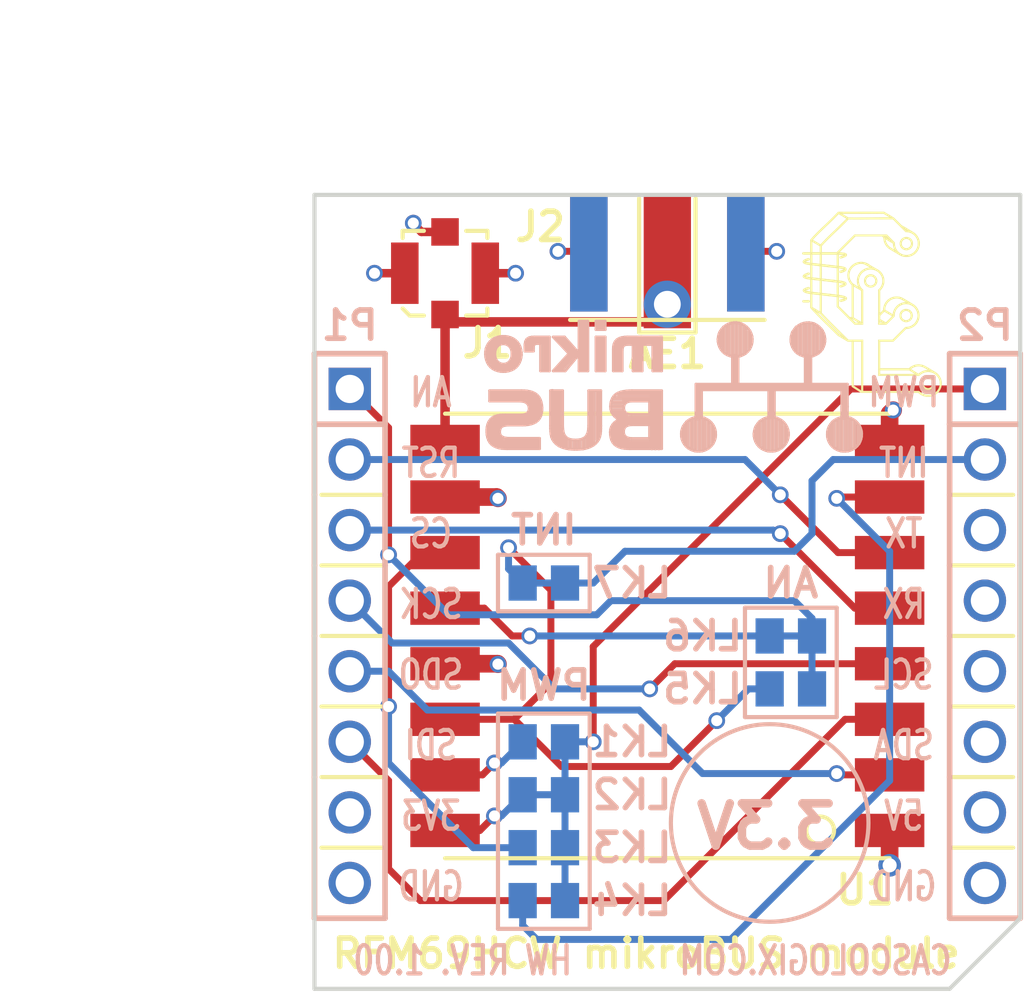
<source format=kicad_pcb>
(kicad_pcb (version 4) (host pcbnew 4.0.4-stable)
  (title_block (title "RFM95 mikroBUS Module") (date 2018-04-07) (rev 1.00))
  (layers (0 F.Cu signal) (1 Gnd.Cu power) (2 Pwr.Cu power) (31 B.Cu signal) (34 B.Paste user) (35 F.Paste user) (36 B.SilkS user) (37 F.SilkS user) (38 B.Mask user) (39 F.Mask user) (44 Edge.Cuts user))
  (net 0 "")
  (net 1 MOSI)
  (net 2 SCK)
  (net 3 CS)
  (net 4 RST)
  (net 5 AN)
  (net 6 +3.3V)
  (net 7 GND)
  (net 8 MISO)
  (net 9 INT)
  (net 10 PWM)
  (net 11 "Net-(AE1-Pad1)")
  (net 12 DIO1)
  (net 13 DIO2)
  (net 14 DIO3)
  (net 15 DIO5)
  (net 16 DIO4)
  (net 17 DIO0)
  (module Header:HEADER_M_2.54MM_1R8P_ST_AU_PTH (layer B.Cu) (at 135.128 113.665 270)
    (fp_text reference P2 (at -11.176 0 360) (layer B.SilkS) (effects (font (size 1.016 1.016) (thickness 0.2032)) (justify mirror)))
    (fp_text value HEADER_M_2.54MM_1R8P_ST_AU_PTH hide)
    (pad 6 thru_hole circle (at 3.81 0 270) (size 1.524 1.524) (drill 1.016) (layers *.Cu *.Mask))
    (pad 4 thru_hole circle (at -1.27 0 270) (size 1.524 1.524) (drill 1.016) (layers *.Cu *.Mask))
    (pad 3 thru_hole circle (at -3.81 0 270) (size 1.524 1.524) (drill 1.016) (layers *.Cu *.Mask))
    (pad 2 thru_hole circle (at -6.35 0 270) (size 1.524 1.524) (drill 1.016) (layers *.Cu *.Mask) (net 9 INT))
    (pad 1 thru_hole rect (at -8.89 0 270) (size 1.524 1.524) (drill 1.016) (layers *.Cu *.Mask) (net 10 PWM))
    (pad 7 thru_hole circle (at 6.35 0 270) (size 1.524 1.524) (drill 1.016) (layers *.Cu *.Mask))
    (pad 8 thru_hole circle (at 8.89 0 270) (size 1.524 1.524) (drill 1.016) (layers *.Cu *.Mask) (net 7 GND))
    (pad 5 thru_hole circle (at 1.27 0 270) (size 1.524 1.524) (drill 1.016) (layers *.Cu *.Mask))
  )
  (module Header:HEADER_M_2.54MM_1R8P_ST_AU_PTH (layer B.Cu) (at 112.268 113.665 270)
    (fp_text reference P1 (at -11.176 0 360) (layer B.SilkS) (effects (font (size 1.016 1.016) (thickness 0.2032)) (justify mirror)))
    (fp_text value HEADER_M_2.54MM_1R8P_ST_AU_PTH hide)
    (pad 6 thru_hole circle (at 3.81 0 270) (size 1.524 1.524) (drill 1.016) (layers *.Cu *.Mask) (net 1 MOSI))
    (pad 4 thru_hole circle (at -1.27 0 270) (size 1.524 1.524) (drill 1.016) (layers *.Cu *.Mask) (net 2 SCK))
    (pad 3 thru_hole circle (at -3.81 0 270) (size 1.524 1.524) (drill 1.016) (layers *.Cu *.Mask) (net 3 CS))
    (pad 2 thru_hole circle (at -6.35 0 270) (size 1.524 1.524) (drill 1.016) (layers *.Cu *.Mask) (net 4 RST))
    (pad 1 thru_hole rect (at -8.89 0 270) (size 1.524 1.524) (drill 1.016) (layers *.Cu *.Mask) (net 5 AN))
    (pad 7 thru_hole circle (at 6.35 0 270) (size 1.524 1.524) (drill 1.016) (layers *.Cu *.Mask) (net 6 +3.3V))
    (pad 8 thru_hole circle (at 8.89 0 270) (size 1.524 1.524) (drill 1.016) (layers *.Cu *.Mask) (net 7 GND))
    (pad 5 thru_hole circle (at 1.27 0 270) (size 1.524 1.524) (drill 1.016) (layers *.Cu *.Mask) (net 8 MISO))
  )
  (module Connector:U.FL-R-SMT (layer F.Cu) (at 115.697 100.6094)
    (fp_text reference J1 (at 1.524 2.5146) (layer F.SilkS) (effects (font (size 1.016 1.016) (thickness 0.2032))))
    (fp_text value u.FL hide)
    (pad 1 smd rect (at 0 1.4859) (size 0.9906 0.9906) (layers F.Cu F.Paste F.Mask) (net 11 "Net-(AE1-Pad1)"))
    (pad 4 smd rect (at 1.4478 0) (size 0.9906 2.2098) (layers F.Cu F.Paste F.Mask) (net 7 GND))
    (pad 2 smd rect (at -1.4478 0) (size 0.9906 2.2098) (layers F.Cu F.Paste F.Mask) (net 7 GND))
    (pad 3 smd rect (at 0 -1.4859) (size 0.9906 0.9906) (layers F.Cu F.Paste F.Mask) (net 7 GND))
  )
  (module Passive:ANTENNA_HELICAL_RA (layer F.Cu) (at 123.698 101.727)
    (fp_text reference AE1 (at 0 1.778) (layer F.SilkS) (effects (font (size 1.016 1.016) (thickness 0.2032))))
    (fp_text value Antenna_Helical_RA hide)
    (pad 1 thru_hole circle (at 0 0) (size 1.7018 1.7018) (drill 0.9652) (layers *.Cu *.Mask) (net 11 "Net-(AE1-Pad1)"))
    (pad 1 smd rect (at 0 -1.524) (size 1.7018 4.7752) (layers F.Cu F.Mask) (net 11 "Net-(AE1-Pad1)"))
  )
  (module Passive:SOLDER_LINK_NC (layer B.Cu) (at 119.253 111.76 90)
    (fp_text reference LK7 (at 0 3.175 360) (layer B.SilkS) (effects (font (size 1.016 1.016) (thickness 0.2032)) (justify mirror)))
    (fp_text value NC hide)
    (fp_line (start 0 -0.508) (end 0 0.508) (layer B.Cu) (width 0.254))
    (pad 1 smd rect (at 0 0.762 90) (size 1.27 1.016) (layers B.Cu B.Mask) (net 9 INT))
    (pad 2 smd rect (at 0 -0.762 90) (size 1.27 1.016) (layers B.Cu B.Mask) (net 17 DIO0))
  )
  (module Passive:SOLDER_LINK_NC (layer B.Cu) (at 119.253 119.38 90)
    (fp_text reference LK2 (at 0 3.175 360) (layer B.SilkS) (effects (font (size 1.016 1.016) (thickness 0.2032)) (justify mirror)))
    (fp_text value NC hide)
    (fp_line (start 0 -0.508) (end 0 0.508) (layer B.Cu) (width 0.254))
    (pad 1 smd rect (at 0 0.762 90) (size 1.27 1.016) (layers B.Cu B.Mask) (net 10 PWM))
    (pad 2 smd rect (at 0 -0.762 90) (size 1.27 1.016) (layers B.Cu B.Mask) (net 13 DIO2))
  )
  (module Passive:SOLDER_LINK_NC (layer B.Cu) (at 128.143 113.665 90)
    (fp_text reference LK6 (at 0 -3.175 360) (layer B.SilkS) (effects (font (size 1.016 1.016) (thickness 0.2032)) (justify mirror)))
    (fp_text value NC hide)
    (fp_line (start 0 -0.508) (end 0 0.508) (layer B.Cu) (width 0.254))
    (pad 1 smd rect (at 0 0.762 90) (size 1.27 1.016) (layers B.Cu B.Mask) (net 5 AN))
    (pad 2 smd rect (at 0 -0.762 90) (size 1.27 1.016) (layers B.Cu B.Mask) (net 16 DIO4))
  )
  (module Passive:SOLDER_LINK_NO (layer B.Cu) (at 119.253 117.475 90)
    (fp_text reference LK1 (at 0 3.175 360) (layer B.SilkS) (effects (font (size 1.016 1.016) (thickness 0.2032)) (justify mirror)))
    (fp_text value NO hide)
    (pad 1 smd rect (at 0 0.762 90) (size 1.27 1.016) (layers B.Cu B.Mask) (net 10 PWM))
    (pad 2 smd rect (at 0 -0.762 90) (size 1.27 1.016) (layers B.Cu B.Mask) (net 12 DIO1))
  )
  (module Passive:SOLDER_LINK_NO (layer B.Cu) (at 119.253 121.285 90)
    (fp_text reference LK3 (at 0 3.175 360) (layer B.SilkS) (effects (font (size 1.016 1.016) (thickness 0.2032)) (justify mirror)))
    (fp_text value NO hide)
    (pad 1 smd rect (at 0 0.762 90) (size 1.27 1.016) (layers B.Cu B.Mask) (net 10 PWM))
    (pad 2 smd rect (at 0 -0.762 90) (size 1.27 1.016) (layers B.Cu B.Mask) (net 14 DIO3))
  )
  (module Passive:SOLDER_LINK_NO (layer B.Cu) (at 119.253 123.19 90)
    (fp_text reference LK4 (at 0 3.175 360) (layer B.SilkS) (effects (font (size 1.016 1.016) (thickness 0.2032)) (justify mirror)))
    (fp_text value NO hide)
    (pad 1 smd rect (at 0 0.762 90) (size 1.27 1.016) (layers B.Cu B.Mask) (net 10 PWM))
    (pad 2 smd rect (at 0 -0.762 90) (size 1.27 1.016) (layers B.Cu B.Mask) (net 15 DIO5))
  )
  (module Passive:SOLDER_LINK_NO (layer B.Cu) (at 128.143 115.57 90)
    (fp_text reference LK5 (at 0 -3.175 360) (layer B.SilkS) (effects (font (size 1.016 1.016) (thickness 0.2032)) (justify mirror)))
    (fp_text value NO hide)
    (pad 1 smd rect (at 0 0.762 90) (size 1.27 1.016) (layers B.Cu B.Mask) (net 5 AN))
    (pad 2 smd rect (at 0 -0.762 90) (size 1.27 1.016) (layers B.Cu B.Mask) (net 17 DIO0))
  )
  (module Logo:mikroBUS_Small (layer B.Cu) (at 123.698 104.775 180)
    (fp_text reference "" hide)
    (fp_text value mikroBUS_Small hide)
  )
  (module Connector:SMA_EDGE (layer F.Cu) (at 123.698 97.79 270)
    (fp_text reference J2 (at 1.143 4.572 360) (layer F.SilkS) (effects (font (size 1.016 1.016) (thickness 0.2032))))
    (fp_text value SMA)
    (pad "" connect rect (at 2.1 2.825 270) (size 4.2 1.35) (layers B.Cu B.Mask))
    (pad "" connect rect (at 2.1 -2.825 270) (size 4.2 1.35) (layers B.Cu B.Mask))
    (pad 2 connect rect (at 2.1 -2.825 270) (size 4.2 1.35) (layers F.Cu F.Mask) (net 7 GND))
    (pad 3 connect rect (at 2.1 2.825 270) (size 4.2 1.35) (layers F.Cu F.Mask) (net 7 GND))
    (pad 1 connect rect (at 1.9 0 270) (size 3.6 1.27) (layers F.Cu F.Mask) (net 11 "Net-(AE1-Pad1)"))
  )
  (module RF_Modules:RFM69HCW (layer F.Cu) (at 123.698 113.665 180)
    (fp_text reference U1 (at -7.112 -9.144 180) (layer F.SilkS) (effects (font (size 1.016 1.016) (thickness 0.2032))))
    (fp_text value RFM69HCW)
    (pad 1 smd rect (at -8 -7 180) (size 2.5 1.2) (layers F.Cu F.Paste F.Mask) (net 7 GND))
    (pad 2 smd rect (at -8 -5 180) (size 2.5 1.2) (layers F.Cu F.Paste F.Mask) (net 8 MISO))
    (pad 3 smd rect (at -8 -3 180) (size 2.5 1.2) (layers F.Cu F.Paste F.Mask) (net 1 MOSI))
    (pad 4 smd rect (at -8 -1 180) (size 2.5 1.2) (layers F.Cu F.Paste F.Mask) (net 2 SCK))
    (pad 5 smd rect (at -8 1 180) (size 2.5 1.2) (layers F.Cu F.Paste F.Mask) (net 3 CS))
    (pad 6 smd rect (at -8 3 180) (size 2.5 1.2) (layers F.Cu F.Paste F.Mask) (net 4 RST))
    (pad 7 smd rect (at -8 5 180) (size 2.5 1.2) (layers F.Cu F.Paste F.Mask) (net 15 DIO5))
    (pad 8 smd rect (at -8 7 180) (size 2.5 1.2) (layers F.Cu F.Paste F.Mask) (net 7 GND))
    (pad 9 smd rect (at 8 7 180) (size 2.5 1.2) (layers F.Cu F.Paste F.Mask) (net 11 "Net-(AE1-Pad1)"))
    (pad 10 smd rect (at 8 5 180) (size 2.5 1.2) (layers F.Cu F.Paste F.Mask) (net 7 GND))
    (pad 11 smd rect (at 8 3 180) (size 2.5 1.2) (layers F.Cu F.Paste F.Mask) (net 14 DIO3))
    (pad 12 smd rect (at 8 1 180) (size 2.5 1.2) (layers F.Cu F.Paste F.Mask) (net 16 DIO4))
    (pad 13 smd rect (at 8 -1 180) (size 2.5 1.2) (layers F.Cu F.Paste F.Mask) (net 6 +3.3V))
    (pad 14 smd rect (at 8 -3 180) (size 2.5 1.2) (layers F.Cu F.Paste F.Mask) (net 17 DIO0))
    (pad 15 smd rect (at 8 -5 180) (size 2.5 1.2) (layers F.Cu F.Paste F.Mask) (net 12 DIO1))
    (pad 16 smd rect (at 8 -7 180) (size 2.5 1.2) (layers F.Cu F.Paste F.Mask) (net 13 DIO2))
  )
  (module Logo:Casco_Logix_Logo_6x6MM (layer F.Cu) (at 131.064 101.727)
    (fp_text reference G1 hide)
    (fp_text value Casco_Logix_Logo hide)
  )
  (gr_text AN (at 128.143 111.76) (layer B.SilkS) (effects (font (size 1.016 1.016) (thickness 0.2032)) (justify mirror)))
  (gr_text INT (at 119.253 109.855) (layer B.SilkS) (effects (font (size 1.016 1.016) (thickness 0.2032)) (justify mirror)))
  (gr_line (start 120.904 110.744) (end 117.602 110.744) (angle 90) (layer B.SilkS) (width 0.15))
  (gr_line (start 120.904 112.776) (end 120.904 110.744) (angle 90) (layer B.SilkS) (width 0.15))
  (gr_line (start 117.602 112.776) (end 120.904 112.776) (angle 90) (layer B.SilkS) (width 0.15))
  (gr_line (start 117.602 110.744) (end 117.602 112.776) (angle 90) (layer B.SilkS) (width 0.15))
  (gr_line (start 126.492 112.649) (end 126.492 116.586) (angle 90) (layer B.SilkS) (width 0.15))
  (gr_line (start 129.794 112.649) (end 126.492 112.649) (angle 90) (layer B.SilkS) (width 0.15))
  (gr_line (start 129.794 116.586) (end 129.794 112.649) (angle 90) (layer B.SilkS) (width 0.15))
  (gr_line (start 126.492 116.586) (end 129.794 116.586) (angle 90) (layer B.SilkS) (width 0.15))
  (gr_line (start 120.904 124.206) (end 120.904 116.459) (angle 90) (layer B.SilkS) (width 0.15))
  (gr_line (start 117.602 124.206) (end 120.904 124.206) (angle 90) (layer B.SilkS) (width 0.15))
  (gr_line (start 117.602 116.459) (end 117.602 124.206) (angle 90) (layer B.SilkS) (width 0.15))
  (gr_line (start 120.904 116.459) (end 117.602 116.459) (angle 90) (layer B.SilkS) (width 0.15))
  (gr_text PWM (at 119.253 115.443) (layer B.SilkS) (effects (font (size 1.016 1.016) (thickness 0.2032)) (justify mirror)))
  (gr_line (start 133.858 126.365) (end 136.398 123.825) (angle 90) (layer Edge.Cuts) (width 0.15))
  (gr_text CS (at 115.189 109.982) (layer B.SilkS) (effects (font (size 1.016 0.762) (thickness 0.1524)) (justify mirror)))
  (gr_text "RFM69HCW mikroBUS module" (at 122.936 125.095) (layer F.SilkS) (effects (font (size 1.016 1.016) (thickness 0.2032))))
  (gr_line (start 136.398 123.825) (end 136.398 97.79) (angle 90) (layer Edge.Cuts) (width 0.15))
  (gr_line (start 110.998 97.79) (end 110.998 126.365) (angle 90) (layer Edge.Cuts) (width 0.15))
  (gr_line (start 136.398 97.79) (end 110.998 97.79) (angle 90) (layer Edge.Cuts) (width 0.15))
  (gr_line (start 110.998 126.365) (end 133.858 126.365) (angle 90) (layer Edge.Cuts) (width 0.15))
  (gr_circle (center 127.381 120.396) (end 130.937 120.396) (layer B.SilkS) (width 0.15))
  (gr_text 3.3V (at 127.254 120.523) (layer B.SilkS) (effects (font (thickness 0.3048)) (justify mirror)))
  (gr_text GND (at 132.207 122.682) (layer B.SilkS) (effects (font (size 1.016 0.762) (thickness 0.1524)) (justify mirror)))
  (gr_text 5V (at 132.207 120.142) (layer B.SilkS) (effects (font (size 1.016 0.762) (thickness 0.1524)) (justify mirror)))
  (gr_text SDA (at 132.207 117.602) (layer B.SilkS) (effects (font (size 1.016 0.762) (thickness 0.1524)) (justify mirror)))
  (gr_text SCL (at 132.207 115.062) (layer B.SilkS) (effects (font (size 1.016 0.762) (thickness 0.1524)) (justify mirror)))
  (gr_text RX (at 132.207 112.522) (layer B.SilkS) (effects (font (size 1.016 0.762) (thickness 0.1524)) (justify mirror)))
  (gr_text TX (at 132.207 109.982) (layer B.SilkS) (effects (font (size 1.016 0.762) (thickness 0.1524)) (justify mirror)))
  (gr_text INT (at 132.207 107.442) (layer B.SilkS) (effects (font (size 1.016 0.762) (thickness 0.1524)) (justify mirror)))
  (gr_text PWM (at 132.207 104.902) (layer B.SilkS) (effects (font (size 1.016 0.762) (thickness 0.1524)) (justify mirror)))
  (gr_text AN (at 115.189 104.902) (layer B.SilkS) (effects (font (size 1.016 0.762) (thickness 0.1524)) (justify mirror)))
  (gr_text RST (at 115.189 107.442) (layer B.SilkS) (effects (font (size 1.016 0.762) (thickness 0.1524)) (justify mirror)))
  (gr_text SCK (at 115.189 112.522) (layer B.SilkS) (effects (font (size 1.016 0.762) (thickness 0.1524)) (justify mirror)))
  (gr_text SDO (at 115.189 115.062) (layer B.SilkS) (effects (font (size 1.016 0.762) (thickness 0.1524)) (justify mirror)))
  (gr_text SDI (at 115.189 117.602) (layer B.SilkS) (effects (font (size 1.016 0.762) (thickness 0.1524)) (justify mirror)))
  (gr_text 3V3 (at 115.189 120.142) (layer B.SilkS) (effects (font (size 1.016 0.762) (thickness 0.1524)) (justify mirror)))
  (gr_text GND (at 115.189 122.682) (layer B.SilkS) (effects (font (size 1.016 0.762) (thickness 0.1524)) (justify mirror)))
  (gr_text CASCOLOGIX.COM (at 129.032 125.349) (layer B.SilkS) (effects (font (size 1.016 0.762) (thickness 0.1524)) (justify mirror)))
  (gr_text "HW REV. 1.00" (at 116.332 125.349) (layer B.SilkS) (effects (font (size 1.016 0.762) (thickness 0.1524)) (justify mirror)))
  (gr_line (start 133.858 106.045) (end 136.144 106.045) (angle 90) (layer F.SilkS) (width 0.15))
  (gr_line (start 133.858 108.585) (end 136.144 108.585) (angle 90) (layer F.SilkS) (width 0.15))
  (gr_line (start 133.858 111.125) (end 136.144 111.125) (angle 90) (layer F.SilkS) (width 0.15))
  (gr_line (start 133.858 113.665) (end 136.144 113.665) (angle 90) (layer F.SilkS) (width 0.15))
  (gr_line (start 133.858 116.205) (end 136.144 116.205) (angle 90) (layer F.SilkS) (width 0.15))
  (gr_line (start 133.858 118.745) (end 136.144 118.745) (angle 90) (layer F.SilkS) (width 0.15))
  (gr_line (start 136.144 121.285) (end 133.858 121.285) (angle 90) (layer F.SilkS) (width 0.15))
  (gr_line (start 111.252 121.285) (end 113.538 121.285) (angle 90) (layer F.SilkS) (width 0.15))
  (gr_line (start 111.252 118.745) (end 113.538 118.745) (angle 90) (layer F.SilkS) (width 0.15))
  (gr_line (start 111.252 113.665) (end 113.538 113.665) (angle 90) (layer F.SilkS) (width 0.15))
  (gr_line (start 111.252 111.125) (end 113.538 111.125) (angle 90) (layer F.SilkS) (width 0.15))
  (gr_line (start 111.252 108.585) (end 113.538 108.585) (angle 90) (layer F.SilkS) (width 0.15))
  (gr_line (start 111.252 106.045) (end 113.538 106.045) (angle 90) (layer F.SilkS) (width 0.15))
  (gr_line (start 111.252 116.205) (end 113.538 116.205) (angle 90) (layer F.SilkS) (width 0.15))
  (segment (start 112.268 117.475) (end 113.665 118.872) (width 0.25) (layer F.Cu) (net 1))
  (segment (start 130.096 116.665) (end 131.698 116.665) (width 0.25) (layer F.Cu) (net 1))
  (segment (start 123.571 123.19) (end 130.096 116.665) (width 0.25) (layer F.Cu) (net 1))
  (segment (start 114.808 123.19) (end 123.571 123.19) (width 0.25) (layer F.Cu) (net 1))
  (segment (start 113.665 122.047) (end 114.808 123.19) (width 0.25) (layer F.Cu) (net 1))
  (segment (start 113.665 118.872) (end 113.665 122.047) (width 0.25) (layer F.Cu) (net 1))
  (segment (start 112.268 112.395) (end 113.792 113.919) (width 0.25) (layer B.Cu) (net 2))
  (segment (start 123.968 114.665) (end 131.698 114.665) (width 0.25) (layer F.Cu) (net 2))
  (segment (start 123.063 115.57) (end 123.968 114.665) (width 0.25) (layer F.Cu) (net 2))
  (via (at 123.063 115.57) (size 0.6) (drill 0.4) (layers F.Cu B.Cu) (net 2))
  (segment (start 119.634 115.57) (end 123.063 115.57) (width 0.25) (layer B.Cu) (net 2))
  (segment (start 117.983 113.919) (end 119.634 115.57) (width 0.25) (layer B.Cu) (net 2))
  (segment (start 113.792 113.919) (end 117.983 113.919) (width 0.25) (layer B.Cu) (net 2))
  (segment (start 127.762 109.982) (end 130.445 112.665) (width 0.25) (layer F.Cu) (net 3))
  (segment (start 127.508 109.855) (end 127.762 109.982) (width 0.25) (layer B.Cu) (net 3))
  (via (at 127.762 109.982) (size 0.6) (drill 0.4) (layers F.Cu B.Cu) (net 3))
  (segment (start 112.268 109.855) (end 127.508 109.855) (width 0.25) (layer B.Cu) (net 3))
  (segment (start 130.445 112.665) (end 131.698 112.665) (width 0.25) (layer F.Cu) (net 3))
  (segment (start 127.762 108.585) (end 129.842 110.665) (width 0.25) (layer F.Cu) (net 4))
  (segment (start 129.842 110.665) (end 131.698 110.665) (width 0.25) (layer F.Cu) (net 4))
  (segment (start 126.492 107.315) (end 112.268 107.315) (width 0.25) (layer B.Cu) (net 4))
  (via (at 127.762 108.585) (size 0.6) (drill 0.4) (layers F.Cu B.Cu) (net 4))
  (segment (start 127.762 108.585) (end 126.492 107.315) (width 0.25) (layer B.Cu) (net 4))
  (segment (start 127.81 108.633) (end 127.762 108.585) (width 0.3048) (layer F.Cu) (net 4))
  (segment (start 128.905 113.665) (end 128.905 113.03) (width 0.25) (layer B.Cu) (net 5))
  (segment (start 128.905 113.03) (end 128.27 112.395) (width 0.25) (layer B.Cu) (net 5))
  (segment (start 113.665 106.172) (end 112.268 104.775) (width 0.25) (layer F.Cu) (net 5))
  (segment (start 113.665 110.744) (end 113.665 106.172) (width 0.25) (layer F.Cu) (net 5))
  (via (at 113.665 110.744) (size 0.6) (drill 0.4) (layers F.Cu B.Cu) (net 5))
  (segment (start 115.824 112.903) (end 113.665 110.744) (width 0.25) (layer B.Cu) (net 5))
  (segment (start 121.158 112.903) (end 115.824 112.903) (width 0.25) (layer B.Cu) (net 5))
  (segment (start 121.666 112.395) (end 121.158 112.903) (width 0.25) (layer B.Cu) (net 5))
  (segment (start 128.27 112.395) (end 121.666 112.395) (width 0.25) (layer B.Cu) (net 5))
  (segment (start 128.905 113.665) (end 128.905 115.57) (width 0.25) (layer B.Cu) (net 5))
  (segment (start 115.698 114.665) (end 117.586 114.665) (width 0.635) (layer F.Cu) (net 6))
  (via (at 117.602 114.681) (size 0.6) (drill 0.4) (layers F.Cu B.Cu) (net 6))
  (segment (start 117.586 114.665) (end 117.602 114.681) (width 0.635) (layer F.Cu) (net 6))
  (via (at 119.761 99.822) (size 0.6) (drill 0.4) (layers F.Cu B.Cu) (net 7))
  (segment (start 120.9294 99.822) (end 119.761 99.822) (width 0.25) (layer F.Cu) (net 7))
  (segment (start 131.698 106.665) (end 131.698 105.665) (width 0.635) (layer F.Cu) (net 7))
  (via (at 131.826 105.537) (size 0.6) (drill 0.4) (layers F.Cu B.Cu) (net 7))
  (segment (start 131.698 105.665) (end 131.826 105.537) (width 0.635) (layer F.Cu) (net 7))
  (segment (start 115.698 108.665) (end 117.555 108.665) (width 0.635) (layer F.Cu) (net 7))
  (via (at 117.602 108.712) (size 0.6) (drill 0.4) (layers F.Cu B.Cu) (net 7))
  (segment (start 117.555 108.665) (end 117.602 108.712) (width 0.635) (layer F.Cu) (net 7))
  (segment (start 131.698 120.665) (end 131.698 121.919) (width 0.635) (layer F.Cu) (net 7))
  (via (at 131.699 121.92) (size 0.8128) (drill 0.508) (layers F.Cu B.Cu) (net 7))
  (segment (start 131.698 121.919) (end 131.699 121.92) (width 0.635) (layer F.Cu) (net 7))
  (segment (start 126.4666 99.822) (end 127.635 99.822) (width 0.25) (layer F.Cu) (net 7))
  (via (at 127.635 99.822) (size 0.6) (drill 0.4) (layers F.Cu B.Cu) (net 7))
  (segment (start 117.1448 100.6094) (end 118.237 100.6094) (width 0.3048) (layer F.Cu) (net 7))
  (via (at 118.237 100.6094) (size 0.6) (drill 0.4) (layers F.Cu B.Cu) (net 7))
  (segment (start 115.697 99.1235) (end 114.8461 99.1235) (width 0.3048) (layer F.Cu) (net 7))
  (via (at 114.554 98.806) (size 0.6) (drill 0.4) (layers F.Cu B.Cu) (net 7))
  (segment (start 114.8461 99.1235) (end 114.554 98.8314) (width 0.3048) (layer F.Cu) (net 7))
  (segment (start 114.2492 100.6094) (end 113.157 100.6094) (width 0.3048) (layer F.Cu) (net 7))
  (via (at 113.157 100.6094) (size 0.6) (drill 0.4) (layers F.Cu B.Cu) (net 7))
  (segment (start 112.268 114.935) (end 112.268 114.935) (width 0.25) (layer B.Cu) (net 8))
  (segment (start 129.841 118.665) (end 131.698 118.665) (width 0.25) (layer F.Cu) (net 8))
  (segment (start 129.794 118.618) (end 129.841 118.665) (width 0.25) (layer F.Cu) (net 8))
  (via (at 129.794 118.618) (size 0.6) (drill 0.4) (layers F.Cu B.Cu) (net 8))
  (segment (start 124.968 118.618) (end 129.794 118.618) (width 0.25) (layer B.Cu) (net 8))
  (segment (start 122.682 116.332) (end 124.968 118.618) (width 0.25) (layer B.Cu) (net 8))
  (segment (start 115.062 116.332) (end 122.682 116.332) (width 0.25) (layer B.Cu) (net 8))
  (segment (start 113.665 114.935) (end 115.062 116.332) (width 0.25) (layer B.Cu) (net 8))
  (segment (start 112.268 114.935) (end 113.665 114.935) (width 0.25) (layer B.Cu) (net 8))
  (segment (start 128.905 109.347) (end 128.905 109.982) (width 0.25) (layer B.Cu) (net 9))
  (segment (start 129.667 107.315) (end 128.905 108.077) (width 0.25) (layer B.Cu) (net 9))
  (segment (start 128.905 108.077) (end 128.905 109.347) (width 0.25) (layer B.Cu) (net 9))
  (segment (start 135.128 107.315) (end 129.667 107.315) (width 0.25) (layer B.Cu) (net 9))
  (segment (start 121.031 111.76) (end 120.015 111.76) (width 0.25) (layer B.Cu) (net 9))
  (segment (start 122.174 110.617) (end 121.031 111.76) (width 0.25) (layer B.Cu) (net 9))
  (segment (start 128.27 110.617) (end 122.174 110.617) (width 0.25) (layer B.Cu) (net 9))
  (segment (start 128.905 109.982) (end 128.27 110.617) (width 0.25) (layer B.Cu) (net 9))
  (segment (start 135.128 104.775) (end 130.302 104.775) (width 0.25) (layer F.Cu) (net 10))
  (segment (start 121.031 117.475) (end 120.015 117.475) (width 0.25) (layer B.Cu) (net 10))
  (via (at 121.031 117.475) (size 0.6) (drill 0.4) (layers F.Cu B.Cu) (net 10))
  (segment (start 121.031 114.046) (end 121.031 117.475) (width 0.25) (layer F.Cu) (net 10))
  (segment (start 130.302 104.775) (end 121.031 114.046) (width 0.25) (layer F.Cu) (net 10))
  (segment (start 120.015 121.285) (end 120.015 123.19) (width 0.25) (layer B.Cu) (net 10))
  (segment (start 120.015 119.38) (end 120.015 121.285) (width 0.25) (layer B.Cu) (net 10))
  (segment (start 120.015 117.475) (end 120.015 119.38) (width 0.25) (layer B.Cu) (net 10))
  (segment (start 115.697 102.0953) (end 115.698 102.0963) (width 0.3429) (layer F.Cu) (net 11))
  (segment (start 115.698 102.0963) (end 115.698 106.665) (width 0.3429) (layer F.Cu) (net 11))
  (segment (start 123.698 101.727) (end 123.063 102.362) (width 0.3429) (layer F.Cu) (net 11))
  (segment (start 123.063 102.362) (end 115.9637 102.362) (width 0.3429) (layer F.Cu) (net 11))
  (segment (start 115.9637 102.362) (end 115.697 102.0953) (width 0.3429) (layer F.Cu) (net 11))
  (segment (start 123.698 101.727) (end 123.698 100.203) (width 0.3429) (layer F.Cu) (net 11))
  (segment (start 123.3297 102.0953) (end 123.698 101.727) (width 0.25) (layer F.Cu) (net 11))
  (segment (start 123.3297 102.0953) (end 123.698 101.727) (width 0.25) (layer F.Cu) (net 11))
  (segment (start 115.697 102.0953) (end 115.9891 102.3874) (width 0.3429) (layer F.Cu) (net 11))
  (segment (start 123.698 101.727) (end 123.317 102.108) (width 0.3429) (layer F.Cu) (net 11))
  (segment (start 115.698 118.665) (end 117.047 118.665) (width 0.25) (layer F.Cu) (net 12))
  (segment (start 117.047 118.665) (end 117.475 118.237) (width 0.25) (layer F.Cu) (net 12))
  (via (at 117.475 118.237) (size 0.6) (drill 0.4) (layers F.Cu B.Cu) (net 12))
  (segment (start 117.475 118.237) (end 117.729 118.237) (width 0.25) (layer B.Cu) (net 12))
  (segment (start 117.729 118.237) (end 118.491 117.475) (width 0.25) (layer B.Cu) (net 12))
  (segment (start 115.698 120.665) (end 116.952 120.665) (width 0.25) (layer F.Cu) (net 13))
  (segment (start 117.729 120.142) (end 118.491 119.38) (width 0.25) (layer B.Cu) (net 13))
  (segment (start 117.475 120.142) (end 117.729 120.142) (width 0.25) (layer B.Cu) (net 13))
  (via (at 117.475 120.142) (size 0.6) (drill 0.4) (layers F.Cu B.Cu) (net 13))
  (segment (start 116.952 120.665) (end 117.475 120.142) (width 0.25) (layer F.Cu) (net 13))
  (segment (start 115.698 110.665) (end 114.887 110.665) (width 0.25) (layer F.Cu) (net 14))
  (segment (start 114.887 110.665) (end 113.665 111.887) (width 0.25) (layer F.Cu) (net 14))
  (segment (start 116.713 121.285) (end 118.491 121.285) (width 0.25) (layer B.Cu) (net 14))
  (segment (start 113.665 118.237) (end 116.713 121.285) (width 0.25) (layer B.Cu) (net 14))
  (segment (start 113.665 116.205) (end 113.665 118.237) (width 0.25) (layer B.Cu) (net 14))
  (via (at 113.665 116.205) (size 0.6) (drill 0.4) (layers F.Cu B.Cu) (net 14))
  (segment (start 113.665 111.887) (end 113.665 116.205) (width 0.25) (layer F.Cu) (net 14))
  (segment (start 118.491 123.19) (end 118.491 124.079) (width 0.25) (layer B.Cu) (net 15))
  (segment (start 129.841 108.665) (end 131.698 108.665) (width 0.25) (layer F.Cu) (net 15))
  (segment (start 129.794 108.712) (end 129.841 108.665) (width 0.25) (layer F.Cu) (net 15))
  (via (at 129.794 108.712) (size 0.6) (drill 0.4) (layers F.Cu B.Cu) (net 15))
  (segment (start 131.699 110.617) (end 129.794 108.712) (width 0.25) (layer B.Cu) (net 15))
  (segment (start 131.699 118.872) (end 131.699 110.617) (width 0.25) (layer B.Cu) (net 15))
  (segment (start 125.984 124.587) (end 131.699 118.872) (width 0.25) (layer B.Cu) (net 15))
  (segment (start 118.999 124.587) (end 125.984 124.587) (width 0.25) (layer B.Cu) (net 15))
  (segment (start 118.491 124.079) (end 118.999 124.587) (width 0.25) (layer B.Cu) (net 15))
  (segment (start 118.745 113.665) (end 118.11 113.665) (width 0.25) (layer F.Cu) (net 16))
  (segment (start 127.381 113.665) (end 118.745 113.665) (width 0.25) (layer B.Cu) (net 16))
  (via (at 118.745 113.665) (size 0.6) (drill 0.4) (layers F.Cu B.Cu) (net 16))
  (segment (start 117.11 112.665) (end 115.698 112.665) (width 0.25) (layer F.Cu) (net 16))
  (segment (start 118.11 113.665) (end 117.11 112.665) (width 0.25) (layer F.Cu) (net 16))
  (segment (start 115.698 112.665) (end 115.714 112.649) (width 0.25) (layer F.Cu) (net 16))
  (segment (start 118.189 116.665) (end 119.507 115.347) (width 0.25) (layer F.Cu) (net 17))
  (segment (start 117.983 110.49) (end 117.983 111.252) (width 0.25) (layer B.Cu) (net 17))
  (via (at 117.983 110.49) (size 0.6) (drill 0.4) (layers F.Cu B.Cu) (net 17))
  (segment (start 119.507 112.014) (end 117.983 110.49) (width 0.25) (layer F.Cu) (net 17))
  (segment (start 119.507 115.347) (end 119.507 112.014) (width 0.25) (layer F.Cu) (net 17))
  (segment (start 117.983 111.252) (end 118.491 111.76) (width 0.25) (layer B.Cu) (net 17))
  (segment (start 115.698 116.665) (end 118.189 116.665) (width 0.25) (layer F.Cu) (net 17))
  (segment (start 126.619 115.57) (end 127.381 115.57) (width 0.25) (layer B.Cu) (net 17))
  (segment (start 125.476 116.713) (end 126.619 115.57) (width 0.25) (layer B.Cu) (net 17))
  (via (at 125.476 116.713) (size 0.6) (drill 0.4) (layers F.Cu B.Cu) (net 17))
  (segment (start 123.825 118.364) (end 125.476 116.713) (width 0.25) (layer F.Cu) (net 17))
  (segment (start 119.888 118.364) (end 123.825 118.364) (width 0.25) (layer F.Cu) (net 17))
  (segment (start 118.189 116.665) (end 119.888 118.364) (width 0.25) (layer F.Cu) (net 17))
)
</source>
